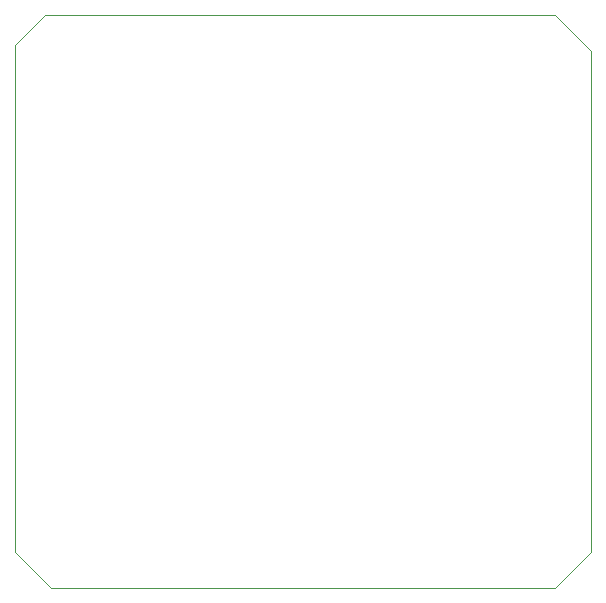
<source format=gbr>
G04 #@! TF.FileFunction,Profile,NP*
%FSLAX46Y46*%
G04 Gerber Fmt 4.6, Leading zero omitted, Abs format (unit mm)*
G04 Created by KiCad (PCBNEW 4.0.7) date Monday, October 29, 2018 'AMt' 12:55:44 AM*
%MOMM*%
%LPD*%
G01*
G04 APERTURE LIST*
%ADD10C,0.100000*%
G04 APERTURE END LIST*
D10*
X135636000Y-149606000D02*
X135636000Y-106680000D01*
X138684000Y-152654000D02*
X135636000Y-149606000D01*
X181356000Y-152654000D02*
X138684000Y-152654000D01*
X184404000Y-149606000D02*
X181356000Y-152654000D01*
X184404000Y-107188000D02*
X184404000Y-149606000D01*
X181356000Y-104140000D02*
X184404000Y-107188000D01*
X138176000Y-104140000D02*
X181356000Y-104140000D01*
X135636000Y-106680000D02*
X138176000Y-104140000D01*
M02*

</source>
